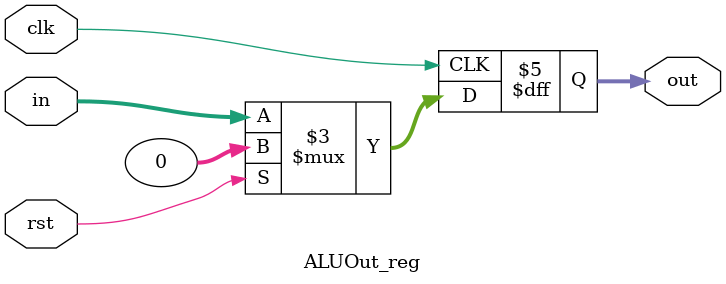
<source format=v>
`timescale 1ns / 1ns

module ALUOut_reg(
    input clk,rst,
    input [31:0] in,
    output reg [31:0] out
);

always@(posedge clk) begin
    if(rst) 
        out <= 32'b0;
    else
        out <= in;    
end
endmodule
</source>
